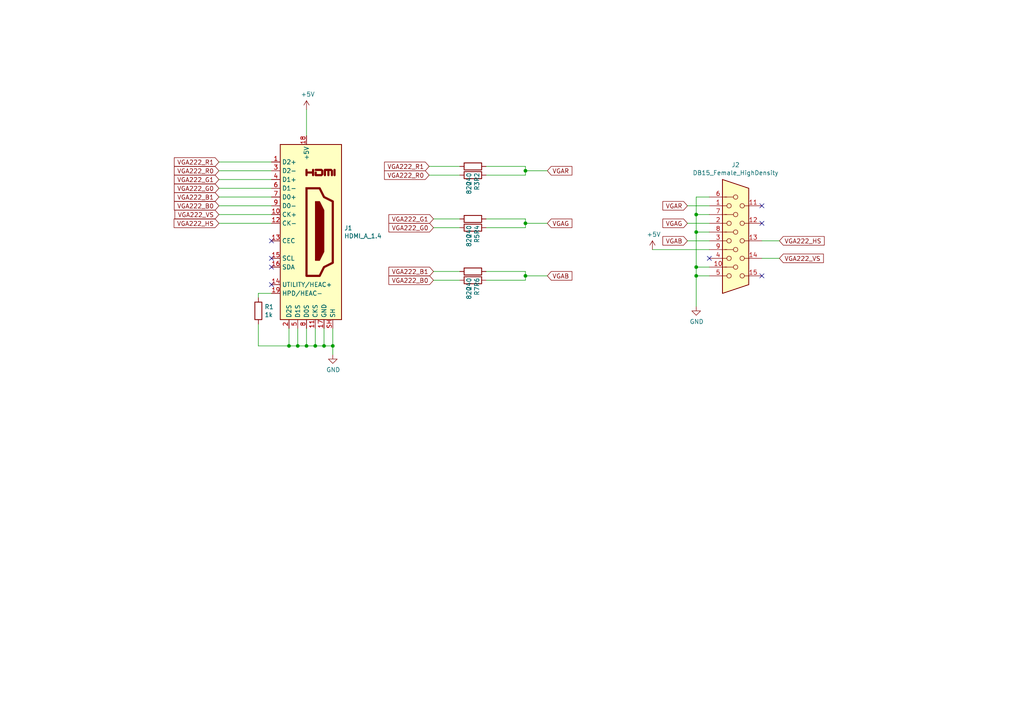
<source format=kicad_sch>
(kicad_sch (version 20211123) (generator eeschema)
  (paper "A4")
  (title_block (title "VGA64") (rev "001") (company "ATLASFPGA"))
  (lib_symbols
    (symbol "Connector:DB15_Female_HighDensity" (pin_names (offset 1.016) hide)
      (property "Reference" "J" (at 0 21.59 0))
      (property "Value" "DB15_Female_HighDensity" (at 0 19.05 0))
      (symbol "DB15_Female_HighDensity_0_1"
        (circle (center -1.905 -10.16) (radius 0.635))
        (circle (center -1.905 -5.08) (radius 0.635))
        (circle (center -1.905 0) (radius 0.635))
        (circle (center -1.905 5.08) (radius 0.635))
        (circle (center -1.905 10.16) (radius 0.635))
        (circle (center 0 -7.62) (radius 0.635))
        (circle (center 0 -2.54) (radius 0.635))
        (polyline (pts (xy -3.175 7.62) (xy -0.635 7.62)))
        (polyline (pts (xy -0.635 -7.62) (xy -3.175 -7.62)))
        (polyline (pts (xy -0.635 -2.54) (xy -3.175 -2.54)))
        (polyline (pts (xy -0.635 2.54) (xy -3.175 2.54)))
        (polyline (pts (xy -0.635 12.7) (xy -3.175 12.7)))
        (polyline (pts (xy -3.81 17.78) (xy -3.81 -15.24) (xy 3.81 -12.7) (xy 3.81 15.24) (xy -3.81 17.78)) (stroke (width 0.254)) (fill (type background)))
        (circle (center 0 2.54) (radius 0.635))
        (circle (center 0 7.62) (radius 0.635))
        (circle (center 0 12.7) (radius 0.635))
        (circle (center 1.905 -10.16) (radius 0.635))
        (circle (center 1.905 -5.08) (radius 0.635))
        (circle (center 1.905 0) (radius 0.635))
        (circle (center 1.905 5.08) (radius 0.635))
        (circle (center 1.905 10.16) (radius 0.635))
      )
      (symbol "DB15_Female_HighDensity_1_1"
        (pin passive line (at -7.62 10.16 0) (length 5.08) (name "~") (number "1"))
        (pin passive line (at -7.62 -7.62 0) (length 5.08) (name "~") (number "10"))
        (pin passive line (at 7.62 10.16 180) (length 5.08) (name "~") (number "11"))
        (pin passive line (at 7.62 5.08 180) (length 5.08) (name "~") (number "12"))
        (pin passive line (at 7.62 0 180) (length 5.08) (name "~") (number "13"))
        (pin passive line (at 7.62 -5.08 180) (length 5.08) (name "~") (number "14"))
        (pin passive line (at 7.62 -10.16 180) (length 5.08) (name "~") (number "15"))
        (pin passive line (at -7.62 5.08 0) (length 5.08) (name "~") (number "2"))
        (pin passive line (at -7.62 0 0) (length 5.08) (name "~") (number "3"))
        (pin passive line (at -7.62 -5.08 0) (length 5.08) (name "~") (number "4"))
        (pin passive line (at -7.62 -10.16 0) (length 5.08) (name "~") (number "5"))
        (pin passive line (at -7.62 12.7 0) (length 5.08) (name "~") (number "6"))
        (pin passive line (at -7.62 7.62 0) (length 5.08) (name "~") (number "7"))
        (pin passive line (at -7.62 2.54 0) (length 5.08) (name "~") (number "8"))
        (pin passive line (at -7.62 -2.54 0) (length 5.08) (name "~") (number "9"))
      )
    )
    (symbol "Connector:HDMI_A_1.4"
      (property "Reference" "J" (at -6.35 26.67 0))
      (property "Value" "HDMI_A_1.4" (at 10.16 26.67 0))
      (symbol "HDMI_A_1.4_0_0"
        (polyline (pts (xy 8.128 16.51) (xy 8.128 18.034)) (stroke (width 0.635)))
        (polyline (pts (xy 0 16.51) (xy 0 18.034) (xy 0 17.272) (xy 1.905 17.272) (xy 1.905 18.034) (xy 1.905 16.51)) (stroke (width 0.635)))
        (polyline (pts (xy 2.667 18.034) (xy 4.318 18.034) (xy 4.572 17.78) (xy 4.572 16.764) (xy 4.318 16.51) (xy 2.667 16.51) (xy 2.667 17.272)) (stroke (width 0.635)))
      )
      (symbol "HDMI_A_1.4_0_1"
        (rectangle (start -7.62 25.4) (end 10.16 -25.4) (stroke (width 0.254)) (fill (type background)))
        (polyline (pts (xy 2.54 8.89) (xy 3.81 8.89) (xy 5.08 6.35) (xy 5.08 -5.715) (xy 3.81 -8.255) (xy 2.54 -8.255) (xy 2.54 8.89)) (fill (type outline)))
        (polyline (pts (xy 5.334 16.51) (xy 5.334 18.034) (xy 6.35 18.034) (xy 6.35 16.51) (xy 6.35 18.034) (xy 7.112 18.034) (xy 7.366 17.78) (xy 7.366 16.51)) (stroke (width 0.635)))
        (polyline (pts (xy 0 12.7) (xy 0 -12.7) (xy 3.81 -12.7) (xy 5.08 -10.16) (xy 7.62 -8.89) (xy 7.62 8.89) (xy 5.08 10.16) (xy 3.81 12.7) (xy 0 12.7)) (stroke (width 0.635)))
      )
      (symbol "HDMI_A_1.4_1_1"
        (pin passive line (at -10.16 20.32 0) (length 2.54) (name "D2+") (number "1"))
        (pin passive line (at -10.16 5.08 0) (length 2.54) (name "CK+") (number "10"))
        (pin power_in line (at 2.54 -27.94 90) (length 2.54) (name "CKS") (number "11"))
        (pin passive line (at -10.16 2.54 0) (length 2.54) (name "CK-") (number "12"))
        (pin bidirectional line (at -10.16 -2.54 0) (length 2.54) (name "CEC") (number "13"))
        (pin passive line (at -10.16 -15.24 0) (length 2.54) (name "UTILITY/HEAC+") (number "14"))
        (pin passive line (at -10.16 -7.62 0) (length 2.54) (name "SCL") (number "15"))
        (pin bidirectional line (at -10.16 -10.16 0) (length 2.54) (name "SDA") (number "16"))
        (pin power_in line (at 5.08 -27.94 90) (length 2.54) (name "GND") (number "17"))
        (pin power_in line (at 0 27.94 270) (length 2.54) (name "+5V") (number "18"))
        (pin passive line (at -10.16 -17.78 0) (length 2.54) (name "HPD/HEAC-") (number "19"))
        (pin power_in line (at -5.08 -27.94 90) (length 2.54) (name "D2S") (number "2"))
        (pin passive line (at -10.16 17.78 0) (length 2.54) (name "D2-") (number "3"))
        (pin passive line (at -10.16 15.24 0) (length 2.54) (name "D1+") (number "4"))
        (pin power_in line (at -2.54 -27.94 90) (length 2.54) (name "D1S") (number "5"))
        (pin passive line (at -10.16 12.7 0) (length 2.54) (name "D1-") (number "6"))
        (pin passive line (at -10.16 10.16 0) (length 2.54) (name "D0+") (number "7"))
        (pin power_in line (at 0 -27.94 90) (length 2.54) (name "D0S") (number "8"))
        (pin passive line (at -10.16 7.62 0) (length 2.54) (name "D0-") (number "9"))
        (pin passive line (at 7.62 -27.94 90) (length 2.54) (name "SH") (number "SH"))
      )
    )
    (symbol "Device:R" (pin_numbers hide) (pin_names (offset 0))
      (property "Reference" "R" (at 2.032 0 90))
      (property "Value" "R" (at 0 0 90))
      (symbol "R_0_1"
        (rectangle (start -1.016 -2.54) (end 1.016 2.54) (stroke (width 0.254)))
      )
      (symbol "R_1_1"
        (pin passive line (at 0 3.81 270) (length 1.27) (name "~") (number "1"))
        (pin passive line (at 0 -3.81 90) (length 1.27) (name "~") (number "2"))
      )
    )
    (symbol "power:+5V" (power) (pin_names (offset 0))
      (property "Value" "+5V" (at 0 3.556 0))
      (symbol "+5V_0_1"
        (polyline (pts (xy -0.762 1.27) (xy 0 2.54)))
        (polyline (pts (xy 0 0) (xy 0 2.54)))
        (polyline (pts (xy 0 2.54) (xy 0.762 1.27)))
      )
      (symbol "+5V_1_1"
        (pin power_in line (at 0 0 90) (length 0) hide (name "+5V") (number "1"))
      )
    )
    (symbol "power:GND" (power) (pin_names (offset 0))
      (property "Value" "GND" (at 0 -3.81 0))
      (symbol "GND_0_1"
        (polyline (pts (xy 0 0) (xy 0 -1.27) (xy 1.27 -1.27) (xy 0 -2.54) (xy -1.27 -1.27) (xy 0 -1.27)))
      )
      (symbol "GND_1_1"
        (pin power_in line (at 0 0 270) (length 0) hide (name "GND") (number "1"))
      )
    )
  )
  (junction (at 93.98 100.33))
  (junction (at 152.4 80.01))
  (junction (at 152.4 64.77))
  (junction (at 152.4 49.53))
  (junction (at 88.9 100.33))
  (junction (at 201.93 80.01))
  (junction (at 96.52 100.33))
  (junction (at 201.93 77.47))
  (junction (at 86.36 100.33))
  (junction (at 91.44 100.33))
  (junction (at 201.93 62.23))
  (junction (at 83.82 100.33))
  (junction (at 201.93 67.31))
  (no_connect (at 220.98 64.77))
  (no_connect (at 78.74 74.93))
  (no_connect (at 220.98 80.01))
  (no_connect (at 78.74 82.55))
  (no_connect (at 78.74 69.85))
  (no_connect (at 78.74 77.47))
  (no_connect (at 220.98 59.69))
  (no_connect (at 205.74 74.93))
  (wire (pts (xy 205.74 77.47) (xy 201.93 77.47)))
  (wire (pts (xy 96.52 100.33) (xy 96.52 95.25)))
  (wire (pts (xy 152.4 49.53) (xy 152.4 48.26)))
  (wire (pts (xy 201.93 62.23) (xy 201.93 67.31)))
  (wire (pts (xy 63.5 54.61) (xy 78.74 54.61)))
  (wire (pts (xy 152.4 66.04) (xy 140.97 66.04)))
  (wire (pts (xy 93.98 95.25) (xy 93.98 100.33)))
  (wire (pts (xy 205.74 64.77) (xy 199.39 64.77)))
  (wire (pts (xy 83.82 100.33) (xy 86.36 100.33)))
  (wire (pts (xy 201.93 57.15) (xy 205.74 57.15)))
  (wire (pts (xy 91.44 100.33) (xy 93.98 100.33)))
  (wire (pts (xy 74.93 85.09) (xy 74.93 86.36)))
  (wire (pts (xy 88.9 95.25) (xy 88.9 100.33)))
  (wire (pts (xy 205.74 62.23) (xy 201.93 62.23)))
  (wire (pts (xy 152.4 64.77) (xy 152.4 66.04)))
  (wire (pts (xy 88.9 100.33) (xy 91.44 100.33)))
  (wire (pts (xy 199.39 69.85) (xy 205.74 69.85)))
  (wire (pts (xy 83.82 95.25) (xy 83.82 100.33)))
  (wire (pts (xy 78.74 64.77) (xy 63.5 64.77)))
  (wire (pts (xy 140.97 78.74) (xy 152.4 78.74)))
  (wire (pts (xy 124.46 50.8) (xy 133.35 50.8)))
  (wire (pts (xy 226.06 69.85) (xy 220.98 69.85)))
  (wire (pts (xy 78.74 57.15) (xy 63.5 57.15)))
  (wire (pts (xy 140.97 50.8) (xy 152.4 50.8)))
  (wire (pts (xy 78.74 85.09) (xy 74.93 85.09)))
  (wire (pts (xy 201.93 80.01) (xy 201.93 88.9)))
  (wire (pts (xy 96.52 100.33) (xy 96.52 102.87)))
  (wire (pts (xy 152.4 48.26) (xy 140.97 48.26)))
  (wire (pts (xy 152.4 50.8) (xy 152.4 49.53)))
  (wire (pts (xy 152.4 63.5) (xy 152.4 64.77)))
  (wire (pts (xy 78.74 52.07) (xy 63.5 52.07)))
  (wire (pts (xy 63.5 49.53) (xy 78.74 49.53)))
  (wire (pts (xy 86.36 95.25) (xy 86.36 100.33)))
  (wire (pts (xy 199.39 59.69) (xy 205.74 59.69)))
  (wire (pts (xy 220.98 74.93) (xy 226.06 74.93)))
  (wire (pts (xy 86.36 100.33) (xy 88.9 100.33)))
  (wire (pts (xy 74.93 93.98) (xy 74.93 100.33)))
  (wire (pts (xy 201.93 57.15) (xy 201.93 62.23)))
  (wire (pts (xy 158.75 49.53) (xy 152.4 49.53)))
  (wire (pts (xy 205.74 80.01) (xy 201.93 80.01)))
  (wire (pts (xy 88.9 31.75) (xy 88.9 39.37)))
  (wire (pts (xy 152.4 80.01) (xy 152.4 81.28)))
  (wire (pts (xy 133.35 63.5) (xy 125.73 63.5)))
  (wire (pts (xy 125.73 66.04) (xy 133.35 66.04)))
  (wire (pts (xy 124.46 48.26) (xy 133.35 48.26)))
  (wire (pts (xy 140.97 63.5) (xy 152.4 63.5)))
  (wire (pts (xy 74.93 100.33) (xy 83.82 100.33)))
  (wire (pts (xy 205.74 67.31) (xy 201.93 67.31)))
  (wire (pts (xy 78.74 62.23) (xy 63.5 62.23)))
  (wire (pts (xy 189.23 72.39) (xy 205.74 72.39)))
  (wire (pts (xy 91.44 100.33) (xy 91.44 95.25)))
  (wire (pts (xy 133.35 78.74) (xy 125.73 78.74)))
  (wire (pts (xy 201.93 77.47) (xy 201.93 80.01)))
  (wire (pts (xy 201.93 67.31) (xy 201.93 77.47)))
  (wire (pts (xy 158.75 80.01) (xy 152.4 80.01)))
  (wire (pts (xy 93.98 100.33) (xy 96.52 100.33)))
  (wire (pts (xy 63.5 46.99) (xy 78.74 46.99)))
  (wire (pts (xy 125.73 81.28) (xy 133.35 81.28)))
  (wire (pts (xy 63.5 59.69) (xy 78.74 59.69)))
  (wire (pts (xy 152.4 78.74) (xy 152.4 80.01)))
  (wire (pts (xy 152.4 81.28) (xy 140.97 81.28)))
  (wire (pts (xy 158.75 64.77) (xy 152.4 64.77)))
  (global_label "VGAG" (shape input) (at 158.75 64.77 0) (property "Intersheet References" "${INTERSHEET_REFS}" (effects hide)))
  (global_label "VGA222_G1" (shape input) (at 125.73 63.5 180) (property "Intersheet References" "${INTERSHEET_REFS}" (effects hide)))
  (global_label "VGAR" (shape input) (at 199.39 59.69 180) (property "Intersheet References" "${INTERSHEET_REFS}" (effects hide)))
  (global_label "VGA222_R1" (shape input) (at 124.46 48.26 180) (property "Intersheet References" "${INTERSHEET_REFS}" (effects hide)))
  (global_label "VGA222_R0" (shape input) (at 124.46 50.8 180) (property "Intersheet References" "${INTERSHEET_REFS}" (effects hide)))
  (global_label "VGA222_G0" (shape input) (at 125.73 66.04 180) (property "Intersheet References" "${INTERSHEET_REFS}" (effects hide)))
  (global_label "VGA222_B0" (shape input) (at 125.73 81.28 180) (property "Intersheet References" "${INTERSHEET_REFS}" (effects hide)))
  (global_label "VGA222_VS" (shape input) (at 226.06 74.93 0) (property "Intersheet References" "${INTERSHEET_REFS}" (effects hide)))
  (global_label "VGA222_G1" (shape input) (at 63.5 52.07 180) (property "Intersheet References" "${INTERSHEET_REFS}" (effects hide)))
  (global_label "VGA222_B1" (shape input) (at 125.73 78.74 180) (property "Intersheet References" "${INTERSHEET_REFS}" (effects hide)))
  (global_label "VGA222_R1" (shape input) (at 63.5 46.99 180) (property "Intersheet References" "${INTERSHEET_REFS}" (effects hide)))
  (global_label "VGAG" (shape input) (at 199.39 64.77 180) (property "Intersheet References" "${INTERSHEET_REFS}" (effects hide)))
  (global_label "VGA222_HS" (shape input) (at 226.06 69.85 0) (property "Intersheet References" "${INTERSHEET_REFS}" (effects hide)))
  (global_label "VGA222_VS" (shape input) (at 63.5 62.23 180) (property "Intersheet References" "${INTERSHEET_REFS}" (effects hide)))
  (global_label "VGAB" (shape input) (at 199.39 69.85 180) (property "Intersheet References" "${INTERSHEET_REFS}" (effects hide)))
  (global_label "VGAR" (shape input) (at 158.75 49.53 0) (property "Intersheet References" "${INTERSHEET_REFS}" (effects hide)))
  (global_label "VGA222_HS" (shape input) (at 63.5 64.77 180) (property "Intersheet References" "${INTERSHEET_REFS}" (effects hide)))
  (global_label "VGA222_B0" (shape input) (at 63.5 59.69 180) (property "Intersheet References" "${INTERSHEET_REFS}" (effects hide)))
  (global_label "VGA222_R0" (shape input) (at 63.5 49.53 180) (property "Intersheet References" "${INTERSHEET_REFS}" (effects hide)))
  (global_label "VGAB" (shape input) (at 158.75 80.01 0) (property "Intersheet References" "${INTERSHEET_REFS}" (effects hide)))
  (global_label "VGA222_G0" (shape input) (at 63.5 54.61 180) (property "Intersheet References" "${INTERSHEET_REFS}" (effects hide)))
  (global_label "VGA222_B1" (shape input) (at 63.5 57.15 180) (property "Intersheet References" "${INTERSHEET_REFS}" (effects hide)))
  (symbol (lib_id "Connector:HDMI_A_1.4") (at 88.9 67.31 0) (unit 1)
    (property "Reference" "J1" (at 99.822 66.1416 0) (effects (justify left)))
    (property "Value" "HDMI_A_1.4" (at 99.822 68.453 0) (effects (justify left)))
    (property "Footprint" "3D:Amphenol_ICC-10029449-111RLF-MFG" (effects hide))
    (property "Datasheet" "https://en.wikipedia.org/wiki/HDMI" (effects hide))
  )
  (symbol (lib_id "Connector:DB15_Female_HighDensity") (at 213.36 69.85 0) (unit 1)
    (property "Reference" "J2" (at 213.36 47.8282 0))
    (property "Value" "DB15_Female_HighDensity" (at 213.36 50.1396 0))
    (property "Footprint" "vga:DSUB-15-HD_Female_Horizontal_P2.29x2.54mm_EdgePinOffset3.03mm_Housed_MountingHolesOffset4.94mm" (effects hide))
    (property "Datasheet" " ~" (effects hide))
  )
  (symbol (lib_id "Device:R") (at 137.16 48.26 270) (unit 1)
    (property "Reference" "R2" (at 138.3284 50.038 0) (effects (justify left)))
    (property "Value" "240" (at 136.017 50.038 0) (effects (justify left)))
    (property "Footprint" "Resistor_SMD:R_1206_3216Metric_Pad1.30x1.75mm_HandSolder" (effects hide))
  )
  (symbol (lib_id "Device:R") (at 137.16 50.8 270) (unit 1)
    (property "Reference" "R3" (at 138.3284 52.578 0) (effects (justify left)))
    (property "Value" "820" (at 136.017 52.578 0) (effects (justify left)))
    (property "Footprint" "Resistor_SMD:R_1206_3216Metric_Pad1.30x1.75mm_HandSolder" (effects hide))
  )
  (symbol (lib_id "Device:R") (at 137.16 63.5 270) (unit 1)
    (property "Reference" "R4" (at 138.3284 65.278 0) (effects (justify left)))
    (property "Value" "240" (at 136.017 65.278 0) (effects (justify left)))
    (property "Footprint" "Resistor_SMD:R_1206_3216Metric_Pad1.30x1.75mm_HandSolder" (effects hide))
  )
  (symbol (lib_id "Device:R") (at 137.16 66.04 270) (unit 1)
    (property "Reference" "R5" (at 138.3284 67.818 0) (effects (justify left)))
    (property "Value" "820" (at 136.017 67.818 0) (effects (justify left)))
    (property "Footprint" "Resistor_SMD:R_1206_3216Metric_Pad1.30x1.75mm_HandSolder" (effects hide))
  )
  (symbol (lib_id "Device:R") (at 137.16 78.74 270) (unit 1)
    (property "Reference" "R6" (at 138.3284 80.518 0) (effects (justify left)))
    (property "Value" "240" (at 136.017 80.518 0) (effects (justify left)))
    (property "Footprint" "Resistor_SMD:R_1206_3216Metric_Pad1.30x1.75mm_HandSolder" (effects hide))
  )
  (symbol (lib_id "Device:R") (at 137.16 81.28 270) (unit 1)
    (property "Reference" "R7" (at 138.3284 83.058 0) (effects (justify left)))
    (property "Value" "820" (at 136.017 83.058 0) (effects (justify left)))
    (property "Footprint" "Resistor_SMD:R_1206_3216Metric_Pad1.30x1.75mm_HandSolder" (effects hide))
  )
  (symbol (lib_id "power:GND") (at 96.52 102.87 0) (unit 1)
    (property "Reference" "#PWR0101" (effects hide))
    (property "Value" "GND" (at 96.647 107.2642 0))
  )
  (symbol (lib_id "power:+5V") (at 88.9 31.75 0) (unit 1)
    (property "Reference" "#PWR0102" (effects hide))
    (property "Value" "+5V" (at 89.281 27.3558 0))
  )
  (symbol (lib_id "power:+5V") (at 189.23 72.39 0) (unit 1)
    (property "Reference" "#PWR0103" (effects hide))
    (property "Value" "+5V" (at 189.611 67.9958 0))
  )
  (symbol (lib_id "power:GND") (at 201.93 88.9 0) (unit 1)
    (property "Reference" "#PWR0104" (effects hide))
    (property "Value" "GND" (at 202.057 93.2942 0))
  )
  (symbol (lib_id "Device:R") (at 74.93 90.17 0) (unit 1)
    (property "Reference" "R1" (at 76.708 89.0016 0) (effects (justify left)))
    (property "Value" "1k" (at 76.708 91.313 0) (effects (justify left)))
    (property "Footprint" "Resistor_SMD:R_1206_3216Metric_Pad1.30x1.75mm_HandSolder" (effects hide))
  )
)
</source>
